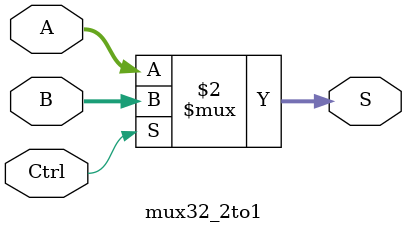
<source format=v>
`timescale 1ns / 1ps
module mux32_2to1(A, B, Ctrl, S);
	input  wire Ctrl;	input  wire[31:0] A, B;	output wire[31:0] S;	assign S = (Ctrl == 1'b0) ? A : B;endmodule

</source>
